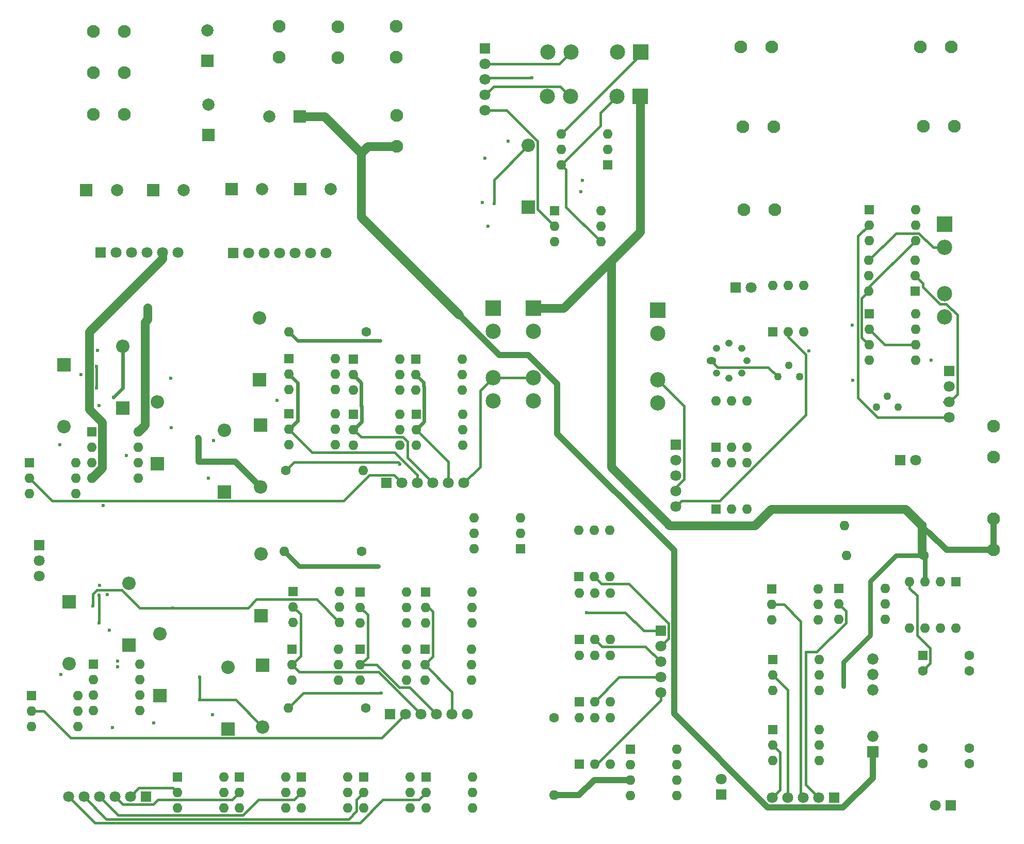
<source format=gtl>
%TF.GenerationSoftware,KiCad,Pcbnew,(5.1.10-1-10_14)*%
%TF.CreationDate,2022-05-12T12:23:04+03:00*%
%TF.ProjectId,Bipolar_transistor_tester_1.0,4269706f-6c61-4725-9f74-72616e736973,rev?*%
%TF.SameCoordinates,Original*%
%TF.FileFunction,Copper,L1,Top*%
%TF.FilePolarity,Positive*%
%FSLAX46Y46*%
G04 Gerber Fmt 4.6, Leading zero omitted, Abs format (unit mm)*
G04 Created by KiCad (PCBNEW (5.1.10-1-10_14)) date 2022-05-12 12:23:04*
%MOMM*%
%LPD*%
G01*
G04 APERTURE LIST*
%TA.AperFunction,ComponentPad*%
%ADD10C,2.100000*%
%TD*%
%TA.AperFunction,ComponentPad*%
%ADD11O,1.600000X1.600000*%
%TD*%
%TA.AperFunction,ComponentPad*%
%ADD12R,1.600000X1.600000*%
%TD*%
%TA.AperFunction,ComponentPad*%
%ADD13C,1.800000*%
%TD*%
%TA.AperFunction,ComponentPad*%
%ADD14R,1.800000X1.800000*%
%TD*%
%TA.AperFunction,ComponentPad*%
%ADD15C,2.500000*%
%TD*%
%TA.AperFunction,ComponentPad*%
%ADD16R,2.500000X2.500000*%
%TD*%
%TA.AperFunction,ComponentPad*%
%ADD17O,1.200000X1.200000*%
%TD*%
%TA.AperFunction,ComponentPad*%
%ADD18O,1.600000X1.200000*%
%TD*%
%TA.AperFunction,ComponentPad*%
%ADD19C,1.600000*%
%TD*%
%TA.AperFunction,ComponentPad*%
%ADD20C,1.260000*%
%TD*%
%TA.AperFunction,ComponentPad*%
%ADD21C,1.850000*%
%TD*%
%TA.AperFunction,ComponentPad*%
%ADD22R,1.850000X1.850000*%
%TD*%
%TA.AperFunction,ComponentPad*%
%ADD23O,2.200000X2.200000*%
%TD*%
%TA.AperFunction,ComponentPad*%
%ADD24R,2.200000X2.200000*%
%TD*%
%TA.AperFunction,ComponentPad*%
%ADD25C,2.000000*%
%TD*%
%TA.AperFunction,ComponentPad*%
%ADD26R,2.000000X2.000000*%
%TD*%
%TA.AperFunction,ViaPad*%
%ADD27C,0.600000*%
%TD*%
%TA.AperFunction,Conductor*%
%ADD28C,1.400000*%
%TD*%
%TA.AperFunction,Conductor*%
%ADD29C,0.400000*%
%TD*%
%TA.AperFunction,Conductor*%
%ADD30C,0.600000*%
%TD*%
%TA.AperFunction,Conductor*%
%ADD31C,1.000000*%
%TD*%
%TA.AperFunction,Conductor*%
%ADD32C,0.800000*%
%TD*%
G04 APERTURE END LIST*
D10*
%TO.P,J8,1*%
%TO.N,+12V*%
X127600000Y-53740000D03*
X127600000Y-48660000D03*
%TD*%
D11*
%TO.P,U43,6*%
%TO.N,/base_current_meter/in+*%
X140280000Y-119900000D03*
%TO.P,U43,3*%
%TO.N,N/C*%
X147900000Y-114820000D03*
%TO.P,U43,5*%
X140280000Y-117360000D03*
%TO.P,U43,2*%
%TO.N,2_bcs5*%
X147900000Y-117360000D03*
%TO.P,U43,4*%
%TO.N,Net-(Q7-Pad2)*%
X140280000Y-114820000D03*
D12*
%TO.P,U43,1*%
%TO.N,Net-(R92-Pad2)*%
X147900000Y-119900000D03*
%TD*%
D13*
%TO.P,J16,5*%
%TO.N,4_rp2*%
X173400000Y-112960000D03*
%TO.P,J16,4*%
%TO.N,4_rp1*%
X173400000Y-110420000D03*
%TO.P,J16,3*%
%TO.N,4_ecm2*%
X173400000Y-107880000D03*
%TO.P,J16,2*%
%TO.N,4_ecm1*%
X173400000Y-105340000D03*
D14*
%TO.P,J16,1*%
%TO.N,4_com_an*%
X173400000Y-102800000D03*
%TD*%
D13*
%TO.P,J12,2*%
%TO.N,dac0*%
X68900000Y-121840000D03*
%TO.P,J12,3*%
%TO.N,dac1*%
X68900000Y-124380000D03*
D14*
%TO.P,J12,1*%
%TO.N,GND*%
X68900000Y-119300000D03*
%TD*%
D10*
%TO.P,J11,1*%
%TO.N,GND*%
X108300000Y-39140000D03*
X108300000Y-34060000D03*
%TD*%
%TO.P,J10,1*%
%TO.N,GND*%
X117900000Y-39180000D03*
X117900000Y-34100000D03*
%TD*%
D11*
%TO.P,U33,6*%
%TO.N,/base_current_meter/in+*%
X161120000Y-64400000D03*
%TO.P,U33,3*%
%TO.N,N/C*%
X153500000Y-69480000D03*
%TO.P,U33,5*%
X161120000Y-66940000D03*
%TO.P,U33,2*%
%TO.N,6_bvs4*%
X153500000Y-66940000D03*
%TO.P,U33,4*%
%TO.N,Net-(IC3-Pad6)*%
X161120000Y-69480000D03*
D12*
%TO.P,U33,1*%
%TO.N,Net-(R66-Pad1)*%
X153500000Y-64400000D03*
%TD*%
D10*
%TO.P,J29,1*%
%TO.N,/measured transistor/emitter*%
X189640000Y-64200000D03*
X184560000Y-64200000D03*
%TD*%
%TO.P,J28,1*%
%TO.N,/collector_base_voltage_meter/base_in*%
X219140000Y-50500000D03*
X214060000Y-50500000D03*
%TD*%
%TO.P,J27,1*%
%TO.N,/measured transistor/base_supp*%
X189440000Y-50600000D03*
X184360000Y-50600000D03*
%TD*%
%TO.P,J26,1*%
%TO.N,/collector_base_voltage_meter/coll_in*%
X218640000Y-37400000D03*
X213560000Y-37400000D03*
%TD*%
%TO.P,J25,1*%
%TO.N,/measured transistor/coll_supp*%
X189140000Y-37400000D03*
X184060000Y-37400000D03*
%TD*%
%TO.P,J4,1*%
%TO.N,/connectors/40v-500v*%
X225500000Y-120100000D03*
X225500000Y-115020000D03*
%TD*%
%TO.P,J9,1*%
%TO.N,GND*%
X127500000Y-39140000D03*
X127500000Y-34060000D03*
%TD*%
%TO.P,J7,1*%
%TO.N,-24V*%
X77760000Y-34900000D03*
X82840000Y-34900000D03*
%TD*%
%TO.P,J6,1*%
%TO.N,GND*%
X77760000Y-41700000D03*
X82840000Y-41700000D03*
%TD*%
%TO.P,J5,1*%
%TO.N,+24V*%
X77760000Y-48500000D03*
X82840000Y-48500000D03*
%TD*%
%TO.P,J3,1*%
%TO.N,GND*%
X225500000Y-104840000D03*
X225500000Y-99760000D03*
%TD*%
D11*
%TO.P,U48,8*%
%TO.N,Net-(R101-Pad1)*%
X173520000Y-152800000D03*
%TO.P,U48,4*%
%TO.N,-15V*%
X165900000Y-160420000D03*
%TO.P,U48,7*%
%TO.N,+15V*%
X173520000Y-155340000D03*
%TO.P,U48,3*%
%TO.N,/base_current_meter/in+*%
X165900000Y-157880000D03*
%TO.P,U48,6*%
%TO.N,Net-(R102-Pad1)*%
X173520000Y-157880000D03*
%TO.P,U48,2*%
%TO.N,/base_resistors/in*%
X165900000Y-155340000D03*
%TO.P,U48,5*%
%TO.N,GND*%
X173520000Y-160420000D03*
D12*
%TO.P,U48,1*%
%TO.N,Net-(R101-Pad2)*%
X165900000Y-152800000D03*
%TD*%
D11*
%TO.P,U47,6*%
%TO.N,Net-(R99-Pad1)*%
X157535000Y-147700000D03*
%TO.P,U47,3*%
%TO.N,N/C*%
X162615000Y-155320000D03*
%TO.P,U47,5*%
X160075000Y-147700000D03*
%TO.P,U47,2*%
%TO.N,5_bcm4*%
X160075000Y-155320000D03*
%TO.P,U47,4*%
%TO.N,/base_resistors/in*%
X162615000Y-147700000D03*
D12*
%TO.P,U47,1*%
%TO.N,Net-(R100-Pad2)*%
X157535000Y-155320000D03*
%TD*%
D11*
%TO.P,U46,6*%
%TO.N,Net-(R97-Pad1)*%
X157535000Y-137400000D03*
%TO.P,U46,3*%
%TO.N,N/C*%
X162615000Y-145020000D03*
%TO.P,U46,5*%
X160075000Y-137400000D03*
%TO.P,U46,2*%
%TO.N,5_bcm3*%
X160075000Y-145020000D03*
%TO.P,U46,4*%
%TO.N,/base_resistors/in*%
X162615000Y-137400000D03*
D12*
%TO.P,U46,1*%
%TO.N,Net-(R98-Pad2)*%
X157535000Y-145020000D03*
%TD*%
D11*
%TO.P,U45,6*%
%TO.N,Net-(R95-Pad1)*%
X157535000Y-127150000D03*
%TO.P,U45,3*%
%TO.N,N/C*%
X162615000Y-134770000D03*
%TO.P,U45,5*%
X160075000Y-127150000D03*
%TO.P,U45,2*%
%TO.N,5_bcm2*%
X160075000Y-134770000D03*
%TO.P,U45,4*%
%TO.N,/base_resistors/in*%
X162615000Y-127150000D03*
D12*
%TO.P,U45,1*%
%TO.N,Net-(R96-Pad2)*%
X157535000Y-134770000D03*
%TD*%
D11*
%TO.P,U44,6*%
%TO.N,Net-(R93-Pad1)*%
X157435000Y-116850000D03*
%TO.P,U44,3*%
%TO.N,N/C*%
X162515000Y-124470000D03*
%TO.P,U44,5*%
X159975000Y-116850000D03*
%TO.P,U44,2*%
%TO.N,5_bcm1*%
X159975000Y-124470000D03*
%TO.P,U44,4*%
%TO.N,/base_resistors/in*%
X162515000Y-116850000D03*
D12*
%TO.P,U44,1*%
%TO.N,Net-(R94-Pad2)*%
X157435000Y-124470000D03*
%TD*%
D11*
%TO.P,U42,6*%
%TO.N,Net-(R89-Pad1)*%
X139820000Y-136400000D03*
%TO.P,U42,3*%
%TO.N,N/C*%
X132200000Y-141480000D03*
%TO.P,U42,5*%
X139820000Y-138940000D03*
%TO.P,U42,2*%
%TO.N,2_bcs4*%
X132200000Y-138940000D03*
%TO.P,U42,4*%
%TO.N,-24V*%
X139820000Y-141480000D03*
D12*
%TO.P,U42,1*%
%TO.N,Net-(R91-Pad2)*%
X132200000Y-136400000D03*
%TD*%
D11*
%TO.P,U41,6*%
%TO.N,Net-(R88-Pad1)*%
X139920000Y-127000000D03*
%TO.P,U41,3*%
%TO.N,N/C*%
X132300000Y-132080000D03*
%TO.P,U41,5*%
X139920000Y-129540000D03*
%TO.P,U41,2*%
%TO.N,2_bcs4*%
X132300000Y-129540000D03*
%TO.P,U41,4*%
%TO.N,+24V*%
X139920000Y-132080000D03*
D12*
%TO.P,U41,1*%
%TO.N,Net-(R90-Pad2)*%
X132300000Y-127000000D03*
%TD*%
D11*
%TO.P,U40,6*%
%TO.N,Net-(R85-Pad1)*%
X129220000Y-136400000D03*
%TO.P,U40,3*%
%TO.N,N/C*%
X121600000Y-141480000D03*
%TO.P,U40,5*%
X129220000Y-138940000D03*
%TO.P,U40,2*%
%TO.N,2_bcs3*%
X121600000Y-138940000D03*
%TO.P,U40,4*%
%TO.N,-24V*%
X129220000Y-141480000D03*
D12*
%TO.P,U40,1*%
%TO.N,Net-(R87-Pad2)*%
X121600000Y-136400000D03*
%TD*%
D11*
%TO.P,U39,6*%
%TO.N,Net-(R84-Pad1)*%
X129220000Y-127000000D03*
%TO.P,U39,3*%
%TO.N,N/C*%
X121600000Y-132080000D03*
%TO.P,U39,5*%
X129220000Y-129540000D03*
%TO.P,U39,2*%
%TO.N,2_bcs3*%
X121600000Y-129540000D03*
%TO.P,U39,4*%
%TO.N,+24V*%
X129220000Y-132080000D03*
D12*
%TO.P,U39,1*%
%TO.N,Net-(R86-Pad2)*%
X121600000Y-127000000D03*
%TD*%
D11*
%TO.P,U38,6*%
%TO.N,Net-(R79-Pad1)*%
X118020000Y-136400000D03*
%TO.P,U38,3*%
%TO.N,N/C*%
X110400000Y-141480000D03*
%TO.P,U38,5*%
X118020000Y-138940000D03*
%TO.P,U38,2*%
%TO.N,2_bcs2*%
X110400000Y-138940000D03*
%TO.P,U38,4*%
%TO.N,-24V*%
X118020000Y-141480000D03*
D12*
%TO.P,U38,1*%
%TO.N,Net-(R81-Pad2)*%
X110400000Y-136400000D03*
%TD*%
D11*
%TO.P,U37,6*%
%TO.N,Net-(R78-Pad1)*%
X118220000Y-126900000D03*
%TO.P,U37,3*%
%TO.N,N/C*%
X110600000Y-131980000D03*
%TO.P,U37,5*%
X118220000Y-129440000D03*
%TO.P,U37,2*%
%TO.N,2_bcs2*%
X110600000Y-129440000D03*
%TO.P,U37,4*%
%TO.N,+24V*%
X118220000Y-131980000D03*
D12*
%TO.P,U37,1*%
%TO.N,Net-(R80-Pad2)*%
X110600000Y-126900000D03*
%TD*%
D11*
%TO.P,U36,6*%
%TO.N,Net-(R69-Pad1)*%
X75220000Y-144000000D03*
%TO.P,U36,3*%
%TO.N,N/C*%
X67600000Y-149080000D03*
%TO.P,U36,5*%
X75220000Y-146540000D03*
%TO.P,U36,2*%
%TO.N,2_bcs1*%
X67600000Y-146540000D03*
%TO.P,U36,4*%
%TO.N,dac1*%
X75220000Y-149080000D03*
D12*
%TO.P,U36,1*%
%TO.N,Net-(R68-Pad2)*%
X67600000Y-144000000D03*
%TD*%
D11*
%TO.P,U35,8*%
%TO.N,+15V*%
X85420000Y-138900000D03*
%TO.P,U35,4*%
%TO.N,-15V*%
X77800000Y-146520000D03*
%TO.P,U35,7*%
%TO.N,Net-(R71-Pad2)*%
X85420000Y-141440000D03*
%TO.P,U35,3*%
%TO.N,Net-(R69-Pad1)*%
X77800000Y-143980000D03*
%TO.P,U35,6*%
%TO.N,Net-(D9-Pad1)*%
X85420000Y-143980000D03*
%TO.P,U35,2*%
%TO.N,Net-(D8-Pad2)*%
X77800000Y-141440000D03*
%TO.P,U35,5*%
%TO.N,Net-(R69-Pad1)*%
X85420000Y-146520000D03*
D12*
%TO.P,U35,1*%
%TO.N,Net-(R70-Pad2)*%
X77800000Y-138900000D03*
%TD*%
D15*
%TO.P,U34,4*%
%TO.N,Net-(R67-Pad1)*%
X152280000Y-45600000D03*
%TO.P,U34,3*%
%TO.N,6_bvs3*%
X156090000Y-45600000D03*
%TO.P,U34,2*%
%TO.N,Net-(IC3-Pad6)*%
X163710000Y-45600000D03*
D16*
%TO.P,U34,1*%
%TO.N,/connectors/40v-500v*%
X167520000Y-45600000D03*
%TD*%
D11*
%TO.P,U32,6*%
%TO.N,Net-(IC3-Pad6)*%
X154580000Y-56800000D03*
%TO.P,U32,3*%
%TO.N,N/C*%
X162200000Y-51720000D03*
%TO.P,U32,5*%
X154580000Y-54260000D03*
%TO.P,U32,2*%
%TO.N,6_bvs2*%
X162200000Y-54260000D03*
%TO.P,U32,4*%
%TO.N,Net-(R63-Pad1)*%
X154580000Y-51720000D03*
D12*
%TO.P,U32,1*%
%TO.N,Net-(R65-Pad1)*%
X162200000Y-56800000D03*
%TD*%
D15*
%TO.P,U31,4*%
%TO.N,Net-(R61-Pad1)*%
X152380000Y-38300000D03*
%TO.P,U31,3*%
%TO.N,6_bvs1*%
X156190000Y-38300000D03*
%TO.P,U31,2*%
%TO.N,/collector_base_voltage_meter/coll_in*%
X163810000Y-38300000D03*
D16*
%TO.P,U31,1*%
%TO.N,Net-(R63-Pad1)*%
X167620000Y-38300000D03*
%TD*%
D11*
%TO.P,U30,6*%
%TO.N,Net-(R57-Pad2)*%
X140020000Y-157435000D03*
%TO.P,U30,3*%
%TO.N,N/C*%
X132400000Y-162515000D03*
%TO.P,U30,5*%
X140020000Y-159975000D03*
%TO.P,U30,2*%
%TO.N,7_br5*%
X132400000Y-159975000D03*
%TO.P,U30,4*%
%TO.N,GND*%
X140020000Y-162515000D03*
D12*
%TO.P,U30,1*%
%TO.N,Net-(R58-Pad1)*%
X132400000Y-157435000D03*
%TD*%
D11*
%TO.P,U29,6*%
%TO.N,Net-(R55-Pad2)*%
X129820000Y-157435000D03*
%TO.P,U29,3*%
%TO.N,N/C*%
X122200000Y-162515000D03*
%TO.P,U29,5*%
X129820000Y-159975000D03*
%TO.P,U29,2*%
%TO.N,7_br4*%
X122200000Y-159975000D03*
%TO.P,U29,4*%
%TO.N,GND*%
X129820000Y-162515000D03*
D12*
%TO.P,U29,1*%
%TO.N,Net-(R56-Pad1)*%
X122200000Y-157435000D03*
%TD*%
D11*
%TO.P,U28,6*%
%TO.N,Net-(R53-Pad2)*%
X119570000Y-157435000D03*
%TO.P,U28,3*%
%TO.N,N/C*%
X111950000Y-162515000D03*
%TO.P,U28,5*%
X119570000Y-159975000D03*
%TO.P,U28,2*%
%TO.N,7_br3*%
X111950000Y-159975000D03*
%TO.P,U28,4*%
%TO.N,GND*%
X119570000Y-162515000D03*
D12*
%TO.P,U28,1*%
%TO.N,Net-(R54-Pad1)*%
X111950000Y-157435000D03*
%TD*%
D11*
%TO.P,U27,6*%
%TO.N,Net-(R51-Pad2)*%
X109370000Y-157435000D03*
%TO.P,U27,3*%
%TO.N,N/C*%
X101750000Y-162515000D03*
%TO.P,U27,5*%
X109370000Y-159975000D03*
%TO.P,U27,2*%
%TO.N,7_br2*%
X101750000Y-159975000D03*
%TO.P,U27,4*%
%TO.N,GND*%
X109370000Y-162515000D03*
D12*
%TO.P,U27,1*%
%TO.N,Net-(R52-Pad1)*%
X101750000Y-157435000D03*
%TD*%
D11*
%TO.P,U26,6*%
%TO.N,/base_resistors/in*%
X99220000Y-157435000D03*
%TO.P,U26,3*%
%TO.N,N/C*%
X91600000Y-162515000D03*
%TO.P,U26,5*%
X99220000Y-159975000D03*
%TO.P,U26,2*%
%TO.N,7_br1*%
X91600000Y-159975000D03*
%TO.P,U26,4*%
%TO.N,GND*%
X99220000Y-162515000D03*
D12*
%TO.P,U26,1*%
%TO.N,Net-(R50-Pad1)*%
X91600000Y-157435000D03*
%TD*%
D11*
%TO.P,U25,8*%
%TO.N,Net-(RV2-Pad1)*%
X212720000Y-81300000D03*
%TO.P,U25,4*%
%TO.N,-15V*%
X205100000Y-88920000D03*
%TO.P,U25,7*%
%TO.N,+15V*%
X212720000Y-83840000D03*
%TO.P,U25,3*%
%TO.N,Net-(R46-Pad1)*%
X205100000Y-86380000D03*
%TO.P,U25,6*%
%TO.N,Net-(R49-Pad1)*%
X212720000Y-86380000D03*
%TO.P,U25,2*%
X205100000Y-83840000D03*
%TO.P,U25,5*%
%TO.N,N/C*%
X212720000Y-88920000D03*
D12*
%TO.P,U25,1*%
%TO.N,Net-(RV2-Pad3)*%
X205100000Y-81300000D03*
%TD*%
D11*
%TO.P,U24,6*%
%TO.N,Net-(R46-Pad1)*%
X205080000Y-77600000D03*
%TO.P,U24,3*%
%TO.N,N/C*%
X212700000Y-72520000D03*
%TO.P,U24,5*%
X205080000Y-75060000D03*
%TO.P,U24,2*%
%TO.N,8_cbvm2*%
X212700000Y-75060000D03*
%TO.P,U24,4*%
%TO.N,Net-(R46-Pad2)*%
X205080000Y-72520000D03*
D12*
%TO.P,U24,1*%
%TO.N,Net-(R48-Pad2)*%
X212700000Y-77600000D03*
%TD*%
D11*
%TO.P,U23,6*%
%TO.N,/collector_base_voltage_meter/base_in*%
X212720000Y-64200000D03*
%TO.P,U23,3*%
%TO.N,N/C*%
X205100000Y-69280000D03*
%TO.P,U23,5*%
X212720000Y-66740000D03*
%TO.P,U23,2*%
%TO.N,8_cbvm3*%
X205100000Y-66740000D03*
%TO.P,U23,4*%
%TO.N,Net-(R46-Pad1)*%
X212720000Y-69280000D03*
D12*
%TO.P,U23,1*%
%TO.N,Net-(R45-Pad2)*%
X205100000Y-64200000D03*
%TD*%
D15*
%TO.P,U22,4*%
%TO.N,Net-(R44-Pad2)*%
X217500000Y-81820000D03*
%TO.P,U22,3*%
%TO.N,8_cbvm1*%
X217500000Y-78010000D03*
%TO.P,U22,2*%
%TO.N,Net-(R46-Pad2)*%
X217500000Y-70390000D03*
D16*
%TO.P,U22,1*%
%TO.N,/collector_base_voltage_meter/coll_in*%
X217500000Y-66580000D03*
%TD*%
D17*
%TO.P,U21,8*%
%TO.N,N/C*%
X180055248Y-86935248D03*
%TO.P,U21,7*%
%TO.N,+15V*%
X182120000Y-86080000D03*
%TO.P,U21,6*%
%TO.N,Net-(C19-Pad2)*%
X184184752Y-86935248D03*
%TO.P,U21,5*%
%TO.N,Net-(RV1-Pad1)*%
X185040000Y-89000000D03*
%TO.P,U21,4*%
%TO.N,-15V*%
X184184752Y-91064752D03*
%TO.P,U21,3*%
%TO.N,GND*%
X182120000Y-91920000D03*
%TO.P,U21,2*%
%TO.N,/measured transistor/emitter*%
X180055248Y-91064752D03*
D18*
%TO.P,U21,1*%
%TO.N,Net-(RV1-Pad3)*%
X179200000Y-89000000D03*
%TD*%
D11*
%TO.P,U20,6*%
%TO.N,/measured transistor/emitter*%
X180000000Y-95580000D03*
%TO.P,U20,3*%
%TO.N,N/C*%
X185080000Y-103200000D03*
%TO.P,U20,5*%
X182540000Y-95580000D03*
%TO.P,U20,2*%
%TO.N,4_ecm2*%
X182540000Y-103200000D03*
%TO.P,U20,4*%
%TO.N,Net-(R42-Pad2)*%
X185080000Y-95580000D03*
D12*
%TO.P,U20,1*%
%TO.N,Net-(R40-Pad1)*%
X180000000Y-103200000D03*
%TD*%
D11*
%TO.P,U19,6*%
%TO.N,/measured transistor/emitter*%
X180000000Y-105780000D03*
%TO.P,U19,3*%
%TO.N,N/C*%
X185080000Y-113400000D03*
%TO.P,U19,5*%
X182540000Y-105780000D03*
%TO.P,U19,2*%
%TO.N,4_ecm1*%
X182540000Y-113400000D03*
%TO.P,U19,4*%
%TO.N,Net-(R41-Pad2)*%
X185080000Y-105780000D03*
D12*
%TO.P,U19,1*%
%TO.N,Net-(R39-Pad1)*%
X180000000Y-113400000D03*
%TD*%
D19*
%TO.P,U18,8*%
%TO.N,GND2*%
X221520000Y-137400000D03*
%TO.P,U18,4*%
%TO.N,GND*%
X213900000Y-155180000D03*
%TO.P,U18,7*%
%TO.N,Net-(U17-Pad6)*%
X221520000Y-139940000D03*
%TO.P,U18,3*%
%TO.N,Net-(R38-Pad2)*%
X213900000Y-152640000D03*
%TO.P,U18,6*%
%TO.N,-15V*%
X221520000Y-152640000D03*
%TO.P,U18,2*%
%TO.N,Net-(C35-Pad1)*%
X213900000Y-139940000D03*
%TO.P,U18,5*%
%TO.N,+15V*%
X221520000Y-155180000D03*
D12*
%TO.P,U18,1*%
%TO.N,Net-(C36-Pad1)*%
X213900000Y-137400000D03*
%TD*%
D11*
%TO.P,U17,8*%
%TO.N,Net-(R37-Pad2)*%
X219400000Y-132920000D03*
%TO.P,U17,4*%
%TO.N,Net-(C35-Pad1)*%
X211780000Y-125300000D03*
%TO.P,U17,7*%
%TO.N,Net-(C36-Pad1)*%
X216860000Y-132920000D03*
%TO.P,U17,3*%
%TO.N,/connectors/40v-500v*%
X214320000Y-125300000D03*
%TO.P,U17,6*%
%TO.N,Net-(U17-Pad6)*%
X214320000Y-132920000D03*
%TO.P,U17,2*%
%TO.N,/measured transistor/coll_supp*%
X216860000Y-125300000D03*
%TO.P,U17,5*%
%TO.N,GND2*%
X211780000Y-132920000D03*
D12*
%TO.P,U17,1*%
%TO.N,Net-(R37-Pad1)*%
X219400000Y-125300000D03*
%TD*%
D11*
%TO.P,U16,6*%
%TO.N,Net-(R35-Pad2)*%
X196920000Y-149600000D03*
%TO.P,U16,3*%
%TO.N,N/C*%
X189300000Y-154680000D03*
%TO.P,U16,5*%
X196920000Y-152140000D03*
%TO.P,U16,2*%
%TO.N,3_ccm4*%
X189300000Y-152140000D03*
%TO.P,U16,4*%
%TO.N,/measured transistor/coll_supp*%
X196920000Y-154680000D03*
D12*
%TO.P,U16,1*%
%TO.N,Net-(R36-Pad1)*%
X189300000Y-149600000D03*
%TD*%
D11*
%TO.P,U15,6*%
%TO.N,Net-(R33-Pad2)*%
X196920000Y-138100000D03*
%TO.P,U15,3*%
%TO.N,N/C*%
X189300000Y-143180000D03*
%TO.P,U15,5*%
X196920000Y-140640000D03*
%TO.P,U15,2*%
%TO.N,3_ccm3*%
X189300000Y-140640000D03*
%TO.P,U15,4*%
%TO.N,/measured transistor/coll_supp*%
X196920000Y-143180000D03*
D12*
%TO.P,U15,1*%
%TO.N,Net-(R34-Pad1)*%
X189300000Y-138100000D03*
%TD*%
D11*
%TO.P,U14,6*%
%TO.N,Net-(R31-Pad2)*%
X196720000Y-126500000D03*
%TO.P,U14,3*%
%TO.N,N/C*%
X189100000Y-131580000D03*
%TO.P,U14,5*%
X196720000Y-129040000D03*
%TO.P,U14,2*%
%TO.N,3_ccm2*%
X189100000Y-129040000D03*
%TO.P,U14,4*%
%TO.N,/measured transistor/coll_supp*%
X196720000Y-131580000D03*
D12*
%TO.P,U14,1*%
%TO.N,Net-(R32-Pad1)*%
X189100000Y-126500000D03*
%TD*%
D11*
%TO.P,U13,6*%
%TO.N,Net-(R29-Pad2)*%
X207720000Y-126400000D03*
%TO.P,U13,3*%
%TO.N,N/C*%
X200100000Y-131480000D03*
%TO.P,U13,5*%
X207720000Y-128940000D03*
%TO.P,U13,2*%
%TO.N,3_ccm1*%
X200100000Y-128940000D03*
%TO.P,U13,4*%
%TO.N,/measured transistor/coll_supp*%
X207720000Y-131480000D03*
D12*
%TO.P,U13,1*%
%TO.N,Net-(R30-Pad1)*%
X200100000Y-126400000D03*
%TD*%
D15*
%TO.P,U12,4*%
%TO.N,Net-(R28-Pad2)*%
X143400000Y-95620000D03*
%TO.P,U12,3*%
%TO.N,1_ccs5*%
X143400000Y-91810000D03*
%TO.P,U12,2*%
%TO.N,Net-(Q3-Pad2)*%
X143400000Y-84190000D03*
D16*
%TO.P,U12,1*%
%TO.N,/connectors/40v-500v*%
X143400000Y-80380000D03*
%TD*%
D15*
%TO.P,U11,4*%
%TO.N,Net-(R27-Pad2)*%
X150000000Y-95620000D03*
%TO.P,U11,3*%
%TO.N,1_ccs5*%
X150000000Y-91810000D03*
%TO.P,U11,2*%
%TO.N,Net-(Q3-Pad2)*%
X150000000Y-84190000D03*
D16*
%TO.P,U11,1*%
%TO.N,/connectors/40v-500v*%
X150000000Y-80380000D03*
%TD*%
D11*
%TO.P,U10,6*%
%TO.N,Net-(R24-Pad1)*%
X138395000Y-97775000D03*
%TO.P,U10,3*%
%TO.N,N/C*%
X130775000Y-102855000D03*
%TO.P,U10,5*%
X138395000Y-100315000D03*
%TO.P,U10,2*%
%TO.N,1_ccs4*%
X130775000Y-100315000D03*
%TO.P,U10,4*%
%TO.N,-24V*%
X138395000Y-102855000D03*
D12*
%TO.P,U10,1*%
%TO.N,Net-(R26-Pad2)*%
X130775000Y-97775000D03*
%TD*%
D11*
%TO.P,U9,6*%
%TO.N,Net-(R23-Pad1)*%
X138370000Y-88775000D03*
%TO.P,U9,3*%
%TO.N,N/C*%
X130750000Y-93855000D03*
%TO.P,U9,5*%
X138370000Y-91315000D03*
%TO.P,U9,2*%
%TO.N,1_ccs4*%
X130750000Y-91315000D03*
%TO.P,U9,4*%
%TO.N,+24V*%
X138370000Y-93855000D03*
D12*
%TO.P,U9,1*%
%TO.N,Net-(R25-Pad2)*%
X130750000Y-88775000D03*
%TD*%
D11*
%TO.P,U8,6*%
%TO.N,Net-(R20-Pad1)*%
X128120000Y-97800000D03*
%TO.P,U8,3*%
%TO.N,N/C*%
X120500000Y-102880000D03*
%TO.P,U8,5*%
X128120000Y-100340000D03*
%TO.P,U8,2*%
%TO.N,1_ccs3*%
X120500000Y-100340000D03*
%TO.P,U8,4*%
%TO.N,-24V*%
X128120000Y-102880000D03*
D12*
%TO.P,U8,1*%
%TO.N,Net-(R22-Pad2)*%
X120500000Y-97800000D03*
%TD*%
D11*
%TO.P,U7,6*%
%TO.N,Net-(R19-Pad1)*%
X128095000Y-88775000D03*
%TO.P,U7,3*%
%TO.N,N/C*%
X120475000Y-93855000D03*
%TO.P,U7,5*%
X128095000Y-91315000D03*
%TO.P,U7,2*%
%TO.N,1_ccs3*%
X120475000Y-91315000D03*
%TO.P,U7,4*%
%TO.N,+24V*%
X128095000Y-93855000D03*
D12*
%TO.P,U7,1*%
%TO.N,Net-(R21-Pad2)*%
X120475000Y-88775000D03*
%TD*%
D11*
%TO.P,U6,6*%
%TO.N,Net-(R14-Pad2)*%
X117520000Y-97750000D03*
%TO.P,U6,3*%
%TO.N,N/C*%
X109900000Y-102830000D03*
%TO.P,U6,5*%
X117520000Y-100290000D03*
%TO.P,U6,2*%
%TO.N,1_ccs2*%
X109900000Y-100290000D03*
%TO.P,U6,4*%
%TO.N,-24V*%
X117520000Y-102830000D03*
D12*
%TO.P,U6,1*%
%TO.N,Net-(R16-Pad2)*%
X109900000Y-97750000D03*
%TD*%
D11*
%TO.P,U5,6*%
%TO.N,Net-(R13-Pad1)*%
X117520000Y-88700000D03*
%TO.P,U5,3*%
%TO.N,N/C*%
X109900000Y-93780000D03*
%TO.P,U5,5*%
X117520000Y-91240000D03*
%TO.P,U5,2*%
%TO.N,1_ccs2*%
X109900000Y-91240000D03*
%TO.P,U5,4*%
%TO.N,+24V*%
X117520000Y-93780000D03*
D12*
%TO.P,U5,1*%
%TO.N,Net-(R15-Pad2)*%
X109900000Y-88700000D03*
%TD*%
D11*
%TO.P,U4,6*%
%TO.N,Net-(R3-Pad1)*%
X74895000Y-105750000D03*
%TO.P,U4,3*%
%TO.N,N/C*%
X67275000Y-110830000D03*
%TO.P,U4,5*%
X74895000Y-108290000D03*
%TO.P,U4,2*%
%TO.N,1_ccs1*%
X67275000Y-108290000D03*
%TO.P,U4,4*%
%TO.N,dac0*%
X74895000Y-110830000D03*
D12*
%TO.P,U4,1*%
%TO.N,Net-(R4-Pad2)*%
X67275000Y-105750000D03*
%TD*%
D11*
%TO.P,U3,8*%
%TO.N,+15V*%
X85195000Y-100650000D03*
%TO.P,U3,4*%
%TO.N,-15V*%
X77575000Y-108270000D03*
%TO.P,U3,7*%
%TO.N,Net-(R6-Pad2)*%
X85195000Y-103190000D03*
%TO.P,U3,3*%
%TO.N,Net-(R3-Pad1)*%
X77575000Y-105730000D03*
%TO.P,U3,6*%
%TO.N,Net-(D2-Pad1)*%
X85195000Y-105730000D03*
%TO.P,U3,2*%
%TO.N,Net-(D1-Pad2)*%
X77575000Y-103190000D03*
%TO.P,U3,5*%
%TO.N,Net-(R3-Pad1)*%
X85195000Y-108270000D03*
D12*
%TO.P,U3,1*%
%TO.N,Net-(R5-Pad2)*%
X77575000Y-100650000D03*
%TD*%
D11*
%TO.P,U2,6*%
%TO.N,/measured transistor/emitter*%
X189300000Y-76680000D03*
%TO.P,U2,3*%
%TO.N,N/C*%
X194380000Y-84300000D03*
%TO.P,U2,5*%
X191840000Y-76680000D03*
%TO.P,U2,2*%
%TO.N,4_rp2*%
X191840000Y-84300000D03*
%TO.P,U2,4*%
%TO.N,GND*%
X194380000Y-76680000D03*
D12*
%TO.P,U2,1*%
%TO.N,Net-(R2-Pad2)*%
X189300000Y-84300000D03*
%TD*%
D15*
%TO.P,U1,4*%
%TO.N,Net-(R1-Pad2)*%
X170400000Y-95920000D03*
%TO.P,U1,3*%
%TO.N,4_rp1*%
X170400000Y-92110000D03*
%TO.P,U1,2*%
%TO.N,/base_resistors/in*%
X170400000Y-84490000D03*
D16*
%TO.P,U1,1*%
%TO.N,/measured transistor/base_supp*%
X170400000Y-80680000D03*
%TD*%
D20*
%TO.P,RV2,1*%
%TO.N,Net-(RV2-Pad1)*%
X209900000Y-96600000D03*
%TO.P,RV2,2*%
%TO.N,+15V*%
X208103949Y-94803949D03*
%TO.P,RV2,3*%
%TO.N,Net-(RV2-Pad3)*%
X206307898Y-96600000D03*
%TD*%
%TO.P,RV1,1*%
%TO.N,Net-(RV1-Pad1)*%
X193700000Y-91600000D03*
%TO.P,RV1,2*%
%TO.N,-15V*%
X191903949Y-89803949D03*
%TO.P,RV1,3*%
%TO.N,Net-(RV1-Pad3)*%
X190107898Y-91600000D03*
%TD*%
D11*
%TO.P,R99,2*%
%TO.N,/base_current_meter/in+*%
X153400000Y-160400000D03*
D19*
%TO.P,R99,1*%
%TO.N,Net-(R99-Pad1)*%
X153400000Y-147700000D03*
%TD*%
D11*
%TO.P,R79,2*%
%TO.N,Net-(D13-Pad2)*%
X109800000Y-146100000D03*
D19*
%TO.P,R79,1*%
%TO.N,Net-(R79-Pad1)*%
X122500000Y-146100000D03*
%TD*%
D11*
%TO.P,R78,2*%
%TO.N,Net-(D12-Pad1)*%
X109100000Y-120300000D03*
D19*
%TO.P,R78,1*%
%TO.N,Net-(R78-Pad1)*%
X121800000Y-120300000D03*
%TD*%
D11*
%TO.P,R31,2*%
%TO.N,Net-(R31-Pad2)*%
X201100000Y-116100000D03*
D19*
%TO.P,R31,1*%
%TO.N,/connectors/40v-500v*%
X213800000Y-116100000D03*
%TD*%
D11*
%TO.P,R29,2*%
%TO.N,Net-(R29-Pad2)*%
X201400000Y-121000000D03*
D19*
%TO.P,R29,1*%
%TO.N,/connectors/40v-500v*%
X214100000Y-121000000D03*
%TD*%
D11*
%TO.P,R14,2*%
%TO.N,Net-(R14-Pad2)*%
X122100000Y-107000000D03*
D19*
%TO.P,R14,1*%
%TO.N,Net-(D6-Pad2)*%
X109400000Y-107000000D03*
%TD*%
D11*
%TO.P,R13,2*%
%TO.N,Net-(D5-Pad1)*%
X109900000Y-84300000D03*
D19*
%TO.P,R13,1*%
%TO.N,Net-(R13-Pad1)*%
X122600000Y-84300000D03*
%TD*%
D21*
%TO.P,PS1,6*%
%TO.N,Net-(C36-Pad1)*%
X205700000Y-138060000D03*
%TO.P,PS1,5*%
%TO.N,GND2*%
X205700000Y-140600000D03*
%TO.P,PS1,4*%
%TO.N,Net-(C35-Pad1)*%
X205700000Y-143140000D03*
%TO.P,PS1,2*%
%TO.N,GND*%
X205700000Y-150760000D03*
D22*
%TO.P,PS1,1*%
%TO.N,+12V*%
X205700000Y-153300000D03*
%TD*%
D13*
%TO.P,J24,2*%
%TO.N,adc3*%
X180800000Y-157760000D03*
D14*
%TO.P,J24,1*%
%TO.N,GND*%
X180800000Y-160300000D03*
%TD*%
D13*
%TO.P,J23,2*%
%TO.N,adc2*%
X212740000Y-105300000D03*
D14*
%TO.P,J23,1*%
%TO.N,GND*%
X210200000Y-105300000D03*
%TD*%
D13*
%TO.P,J22,4*%
%TO.N,8_cbvm3*%
X218300000Y-98320000D03*
%TO.P,J22,2*%
%TO.N,8_cbvm1*%
X218300000Y-93240000D03*
D14*
%TO.P,J22,1*%
%TO.N,8_com_an*%
X218300000Y-90700000D03*
D13*
%TO.P,J22,3*%
%TO.N,8_cbvm2*%
X218300000Y-95780000D03*
%TD*%
D14*
%TO.P,J21,1*%
%TO.N,7_com_an*%
X86400000Y-160600000D03*
D13*
%TO.P,J21,2*%
%TO.N,7_br1*%
X83860000Y-160600000D03*
%TO.P,J21,3*%
%TO.N,7_br2*%
X81320000Y-160600000D03*
%TO.P,J21,4*%
%TO.N,7_br3*%
X78780000Y-160600000D03*
%TO.P,J21,5*%
%TO.N,7_br4*%
X76240000Y-160600000D03*
%TO.P,J21,6*%
%TO.N,7_br5*%
X73700000Y-160600000D03*
%TD*%
%TO.P,J20,5*%
%TO.N,6_bvs4*%
X142100000Y-47860000D03*
%TO.P,J20,4*%
%TO.N,6_bvs3*%
X142100000Y-45320000D03*
%TO.P,J20,3*%
%TO.N,6_bvs2*%
X142100000Y-42780000D03*
%TO.P,J20,2*%
%TO.N,6_bvs1*%
X142100000Y-40240000D03*
D14*
%TO.P,J20,1*%
%TO.N,6_com_an*%
X142100000Y-37700000D03*
%TD*%
D13*
%TO.P,J19,5*%
%TO.N,5_bcm4*%
X170900000Y-143560000D03*
%TO.P,J19,4*%
%TO.N,5_bcm3*%
X170900000Y-141020000D03*
%TO.P,J19,3*%
%TO.N,5_bcm2*%
X170900000Y-138480000D03*
%TO.P,J19,2*%
%TO.N,5_bcm1*%
X170900000Y-135940000D03*
D14*
%TO.P,J19,1*%
%TO.N,5_com_an*%
X170900000Y-133400000D03*
%TD*%
D13*
%TO.P,J18,2*%
%TO.N,adc1*%
X185740000Y-77000000D03*
D14*
%TO.P,J18,1*%
%TO.N,GND*%
X183200000Y-77000000D03*
%TD*%
D13*
%TO.P,J17,2*%
%TO.N,adc0*%
X215960000Y-162100000D03*
D14*
%TO.P,J17,1*%
%TO.N,GND*%
X218500000Y-162100000D03*
%TD*%
D13*
%TO.P,J15,5*%
%TO.N,3_ccm4*%
X189240000Y-160800000D03*
%TO.P,J15,4*%
%TO.N,3_ccm3*%
X191780000Y-160800000D03*
%TO.P,J15,3*%
%TO.N,3_ccm2*%
X194320000Y-160800000D03*
%TO.P,J15,2*%
%TO.N,3_ccm1*%
X196860000Y-160800000D03*
D14*
%TO.P,J15,1*%
%TO.N,3_com_an*%
X199400000Y-160800000D03*
%TD*%
%TO.P,J14,1*%
%TO.N,2_com_an*%
X126500000Y-147100000D03*
D13*
%TO.P,J14,2*%
%TO.N,2_bcs1*%
X129040000Y-147100000D03*
%TO.P,J14,3*%
%TO.N,2_bcs2*%
X131580000Y-147100000D03*
%TO.P,J14,4*%
%TO.N,2_bcs3*%
X134120000Y-147100000D03*
%TO.P,J14,5*%
%TO.N,2_bcs4*%
X136660000Y-147100000D03*
%TO.P,J14,6*%
%TO.N,2_bcs5*%
X139200000Y-147100000D03*
%TD*%
D14*
%TO.P,J13,1*%
%TO.N,1_com_an*%
X125900000Y-109100000D03*
D13*
%TO.P,J13,2*%
%TO.N,1_ccs1*%
X128440000Y-109100000D03*
%TO.P,J13,3*%
%TO.N,1_ccs2*%
X130980000Y-109100000D03*
%TO.P,J13,4*%
%TO.N,1_ccs3*%
X133520000Y-109100000D03*
%TO.P,J13,5*%
%TO.N,1_ccs4*%
X136060000Y-109100000D03*
%TO.P,J13,6*%
%TO.N,1_ccs5*%
X138600000Y-109100000D03*
%TD*%
D14*
%TO.P,J2,1*%
%TO.N,+15V*%
X79020000Y-71200000D03*
D13*
%TO.P,J2,2*%
X81560000Y-71200000D03*
%TO.P,J2,3*%
%TO.N,GND*%
X84100000Y-71200000D03*
%TO.P,J2,4*%
X86640000Y-71200000D03*
%TO.P,J2,5*%
%TO.N,-15V*%
X89180000Y-71200000D03*
%TO.P,J2,6*%
X91720000Y-71200000D03*
%TD*%
%TO.P,J1,4*%
%TO.N,GND*%
X108370000Y-71300000D03*
%TO.P,J1,3*%
X105830000Y-71300000D03*
%TO.P,J1,6*%
%TO.N,-45V*%
X113450000Y-71300000D03*
D14*
%TO.P,J1,1*%
%TO.N,+45V*%
X100750000Y-71300000D03*
D13*
%TO.P,J1,5*%
%TO.N,GND*%
X110910000Y-71300000D03*
%TO.P,J1,2*%
%TO.N,+45V*%
X103290000Y-71300000D03*
%TO.P,J1,7*%
%TO.N,-45V*%
X115990000Y-71300000D03*
%TD*%
D23*
%TO.P,D13,2*%
%TO.N,Net-(D13-Pad2)*%
X105600000Y-149160000D03*
D24*
%TO.P,D13,1*%
%TO.N,Net-(D13-Pad1)*%
X105600000Y-139000000D03*
%TD*%
D23*
%TO.P,D12,2*%
%TO.N,Net-(D12-Pad2)*%
X105300000Y-120740000D03*
D24*
%TO.P,D12,1*%
%TO.N,Net-(D12-Pad1)*%
X105300000Y-130900000D03*
%TD*%
D23*
%TO.P,D11,2*%
%TO.N,-24V*%
X99900000Y-139340000D03*
D24*
%TO.P,D11,1*%
%TO.N,Net-(D11-Pad1)*%
X99900000Y-149500000D03*
%TD*%
D23*
%TO.P,D10,2*%
%TO.N,-24V*%
X83600000Y-125600000D03*
D24*
%TO.P,D10,1*%
%TO.N,Net-(D10-Pad1)*%
X83600000Y-135760000D03*
%TD*%
D23*
%TO.P,D9,2*%
%TO.N,Net-(D9-Pad2)*%
X88700000Y-133900000D03*
D24*
%TO.P,D9,1*%
%TO.N,Net-(D9-Pad1)*%
X88700000Y-144060000D03*
%TD*%
D23*
%TO.P,D8,2*%
%TO.N,Net-(D8-Pad2)*%
X73800000Y-138800000D03*
D24*
%TO.P,D8,1*%
%TO.N,Net-(D8-Pad1)*%
X73800000Y-128640000D03*
%TD*%
D23*
%TO.P,D7,2*%
%TO.N,-45V*%
X149200000Y-53640000D03*
D24*
%TO.P,D7,1*%
%TO.N,Net-(D7-Pad1)*%
X149200000Y-63800000D03*
%TD*%
D23*
%TO.P,D6,2*%
%TO.N,Net-(D6-Pad2)*%
X105200000Y-109760000D03*
D24*
%TO.P,D6,1*%
%TO.N,Net-(D6-Pad1)*%
X105200000Y-99600000D03*
%TD*%
D23*
%TO.P,D5,2*%
%TO.N,Net-(D5-Pad2)*%
X105100000Y-81940000D03*
D24*
%TO.P,D5,1*%
%TO.N,Net-(D5-Pad1)*%
X105100000Y-92100000D03*
%TD*%
D23*
%TO.P,D4,2*%
%TO.N,-24V*%
X99275000Y-100390000D03*
D24*
%TO.P,D4,1*%
%TO.N,Net-(D4-Pad1)*%
X99275000Y-110550000D03*
%TD*%
D23*
%TO.P,D3,2*%
%TO.N,-24V*%
X82625000Y-86615000D03*
D24*
%TO.P,D3,1*%
%TO.N,Net-(D3-Pad1)*%
X82625000Y-96775000D03*
%TD*%
D23*
%TO.P,D2,2*%
%TO.N,Net-(D2-Pad2)*%
X88275000Y-95790000D03*
D24*
%TO.P,D2,1*%
%TO.N,Net-(D2-Pad1)*%
X88275000Y-105950000D03*
%TD*%
D23*
%TO.P,D1,2*%
%TO.N,Net-(D1-Pad2)*%
X73000000Y-99860000D03*
D24*
%TO.P,D1,1*%
%TO.N,Net-(D1-Pad1)*%
X73000000Y-89700000D03*
%TD*%
D25*
%TO.P,C16,2*%
%TO.N,GND*%
X106700000Y-48900000D03*
D26*
%TO.P,C16,1*%
%TO.N,+12V*%
X111700000Y-48900000D03*
%TD*%
D25*
%TO.P,C15,2*%
%TO.N,-24V*%
X96500000Y-34700000D03*
D26*
%TO.P,C15,1*%
%TO.N,GND*%
X96500000Y-39700000D03*
%TD*%
D25*
%TO.P,C14,2*%
%TO.N,-15V*%
X92650000Y-60950000D03*
D26*
%TO.P,C14,1*%
%TO.N,GND*%
X87650000Y-60950000D03*
%TD*%
D25*
%TO.P,C13,2*%
%TO.N,-45V*%
X116750000Y-60800000D03*
D26*
%TO.P,C13,1*%
%TO.N,GND*%
X111750000Y-60800000D03*
%TD*%
D25*
%TO.P,C12,2*%
%TO.N,GND*%
X96700000Y-46900000D03*
D26*
%TO.P,C12,1*%
%TO.N,+24V*%
X96700000Y-51900000D03*
%TD*%
D25*
%TO.P,C11,2*%
%TO.N,GND*%
X105500000Y-60800000D03*
D26*
%TO.P,C11,1*%
%TO.N,+45V*%
X100500000Y-60800000D03*
%TD*%
D25*
%TO.P,C10,2*%
%TO.N,GND*%
X81650000Y-60950000D03*
D26*
%TO.P,C10,1*%
%TO.N,+15V*%
X76650000Y-60950000D03*
%TD*%
D27*
%TO.N,GND*%
X141600000Y-63000000D03*
X157800000Y-61200000D03*
X145900000Y-52900000D03*
X80900000Y-149300000D03*
X78800000Y-125900000D03*
X81800000Y-138400000D03*
X81800000Y-139300000D03*
X72500000Y-140600000D03*
X87700000Y-148500000D03*
X83200000Y-104600000D03*
X72300000Y-102800000D03*
X79400000Y-112800000D03*
X78500000Y-87300000D03*
X78700000Y-96400000D03*
X195200000Y-87400000D03*
X202400000Y-92200000D03*
X215300000Y-88900000D03*
X202300000Y-83200000D03*
%TO.N,+15V*%
X86700000Y-82200000D03*
X86700000Y-81300000D03*
X86700000Y-80300000D03*
%TO.N,+24V*%
X75725000Y-91275000D03*
X107900000Y-95500000D03*
X77700000Y-129300000D03*
X90800000Y-129600000D03*
X90500000Y-91900000D03*
%TO.N,-24V*%
X97340000Y-147160000D03*
X80400000Y-133300000D03*
X80100000Y-127400000D03*
X81100000Y-95000000D03*
X90600000Y-100000000D03*
X97532500Y-102132500D03*
X96700000Y-108300000D03*
%TO.N,-45V*%
X143550000Y-63150000D03*
%TO.N,+45V*%
X158100000Y-59400000D03*
%TO.N,Net-(D5-Pad1)*%
X78300000Y-93522166D03*
X78300000Y-89900000D03*
X124900000Y-85700000D03*
%TO.N,Net-(D6-Pad2)*%
X95000000Y-101700000D03*
X95100000Y-105600000D03*
X128100000Y-106000000D03*
%TO.N,Net-(D12-Pad1)*%
X78700000Y-132100000D03*
X78700000Y-127500000D03*
X124512500Y-122787500D03*
%TO.N,Net-(D13-Pad2)*%
X95200000Y-141000000D03*
X95200000Y-144700000D03*
X125012500Y-143612500D03*
%TO.N,dac1*%
X142600000Y-66900000D03*
X142100000Y-55700000D03*
X142100000Y-55700000D03*
%TO.N,/connectors/40v-500v*%
X200900000Y-142500000D03*
%TO.N,5_com_an*%
X158735001Y-130364999D03*
%TO.N,6_bvs2*%
X149800000Y-42500000D03*
%TD*%
D28*
%TO.N,-15V*%
X89180000Y-71200000D02*
X89180000Y-72220000D01*
X79275001Y-106569999D02*
X77575000Y-108270000D01*
X77099999Y-96954997D02*
X79275001Y-99129999D01*
X79275001Y-99129999D02*
X79275001Y-106569999D01*
X77099999Y-84300001D02*
X77099999Y-96954997D01*
X89180000Y-72220000D02*
X77099999Y-84300001D01*
%TO.N,+15V*%
X86700000Y-80300000D02*
X86700000Y-82200000D01*
X86274999Y-82625001D02*
X86274999Y-99570001D01*
X86274999Y-99570001D02*
X85195000Y-100650000D01*
X86700000Y-82200000D02*
X86274999Y-82625001D01*
D29*
%TO.N,+24V*%
X78364001Y-126699999D02*
X82479997Y-126699999D01*
X77700000Y-127364000D02*
X78364001Y-126699999D01*
X82479997Y-126699999D02*
X85379998Y-129600000D01*
X77700000Y-129300000D02*
X77700000Y-127364000D01*
X114479999Y-128239999D02*
X118220000Y-131980000D01*
X104560001Y-128239999D02*
X114479999Y-128239999D01*
X103200000Y-129600000D02*
X104560001Y-128239999D01*
X85379998Y-129600000D02*
X90800000Y-129600000D01*
X90800000Y-129600000D02*
X103200000Y-129600000D01*
%TO.N,-24V*%
X82840000Y-34900000D02*
X82840000Y-34940000D01*
D30*
X82625000Y-93475000D02*
X81100000Y-95000000D01*
X82625000Y-86615000D02*
X82625000Y-93475000D01*
D29*
%TO.N,-45V*%
X143550000Y-59290000D02*
X149200000Y-53640000D01*
X143550000Y-63150000D02*
X143550000Y-59290000D01*
%TO.N,+45V*%
X158100000Y-59400000D02*
X158100000Y-59400000D01*
%TO.N,Net-(D5-Pad1)*%
X78300000Y-93522166D02*
X78300000Y-89900000D01*
X78300000Y-89900000D02*
X78300000Y-89900000D01*
D30*
X109900000Y-84300000D02*
X111300000Y-85700000D01*
X111300000Y-85700000D02*
X124900000Y-85700000D01*
X124900000Y-85700000D02*
X124900000Y-85700000D01*
D29*
%TO.N,Net-(D6-Pad2)*%
X110699999Y-105700001D02*
X109400000Y-107000000D01*
X127800001Y-105700001D02*
X110699999Y-105700001D01*
X128100000Y-106000000D02*
X127800001Y-105700001D01*
D31*
X101040000Y-105600000D02*
X100000000Y-105600000D01*
X105200000Y-109760000D02*
X101040000Y-105600000D01*
X100000000Y-105600000D02*
X95100000Y-105600000D01*
X95100000Y-101800000D02*
X95000000Y-101700000D01*
X95100000Y-105600000D02*
X95100000Y-101800000D01*
D29*
%TO.N,Net-(D12-Pad1)*%
X78700000Y-132100000D02*
X78700000Y-128279998D01*
X78700000Y-128279998D02*
X78700000Y-127500000D01*
X78700000Y-127500000D02*
X78700000Y-127500000D01*
D32*
X111587500Y-122787500D02*
X109100000Y-120300000D01*
X124512500Y-122787500D02*
X111587500Y-122787500D01*
D29*
%TO.N,Net-(D13-Pad2)*%
X95200000Y-144700000D02*
X95200000Y-144700000D01*
X101140000Y-144700000D02*
X95200000Y-144700000D01*
X105600000Y-149160000D02*
X101140000Y-144700000D01*
X112287500Y-143612500D02*
X109800000Y-146100000D01*
X125012500Y-143612500D02*
X112287500Y-143612500D01*
X95200000Y-141000000D02*
X95200000Y-144700000D01*
%TO.N,Net-(IC3-Pad6)*%
X160999999Y-50380001D02*
X154580000Y-56800000D01*
X160999999Y-48310001D02*
X160999999Y-50380001D01*
X163710000Y-45600000D02*
X160999999Y-48310001D01*
X155379999Y-63739999D02*
X161120000Y-69480000D01*
X155379999Y-57599999D02*
X155379999Y-63739999D01*
X154580000Y-56800000D02*
X155379999Y-57599999D01*
%TO.N,Net-(R46-Pad1)*%
X205080000Y-76920000D02*
X205080000Y-77600000D01*
X212720000Y-69280000D02*
X205080000Y-76920000D01*
X203899999Y-78780001D02*
X205080000Y-77600000D01*
X203899999Y-85179999D02*
X203899999Y-78780001D01*
X205100000Y-86380000D02*
X203899999Y-85179999D01*
%TO.N,Net-(R49-Pad1)*%
X207640000Y-86380000D02*
X205100000Y-83840000D01*
X212720000Y-86380000D02*
X207640000Y-86380000D01*
D31*
%TO.N,/base_current_meter/in+*%
X165900000Y-157880000D02*
X160020000Y-157880000D01*
X157500000Y-160400000D02*
X153400000Y-160400000D01*
X160020000Y-157880000D02*
X157500000Y-160400000D01*
D29*
%TO.N,Net-(RV1-Pad3)*%
X180264751Y-90064751D02*
X179200000Y-89000000D01*
X188572649Y-90064751D02*
X180264751Y-90064751D01*
X190107898Y-91600000D02*
X188572649Y-90064751D01*
D30*
%TO.N,1_ccs2*%
X109900000Y-91240000D02*
X111300000Y-92640000D01*
X111300000Y-98890000D02*
X109900000Y-100290000D01*
X111300000Y-92640000D02*
X111300000Y-98890000D01*
D29*
X113690001Y-104080001D02*
X109900000Y-100290000D01*
X127232793Y-104080001D02*
X113690001Y-104080001D01*
X130980000Y-107827208D02*
X127232793Y-104080001D01*
X130980000Y-109100000D02*
X130980000Y-107827208D01*
D30*
%TO.N,1_ccs3*%
X120475000Y-91315000D02*
X121775001Y-92615001D01*
X121800001Y-99039999D02*
X120500000Y-100340000D01*
X121800001Y-96449999D02*
X121800001Y-99039999D01*
X121775001Y-96424999D02*
X121800001Y-96449999D01*
X121775001Y-92615001D02*
X121775001Y-96424999D01*
D29*
X121700001Y-101540001D02*
X120500000Y-100340000D01*
X128556003Y-101540001D02*
X121700001Y-101540001D01*
X129320001Y-104900001D02*
X129320001Y-102303999D01*
X129320001Y-102303999D02*
X128556003Y-101540001D01*
X133520000Y-109100000D02*
X129320001Y-104900001D01*
D30*
%TO.N,1_ccs4*%
X130750000Y-91315000D02*
X132000000Y-92565000D01*
X132075001Y-99014999D02*
X130775000Y-100315000D01*
X132075001Y-93255999D02*
X132075001Y-99014999D01*
X132000000Y-93180998D02*
X132075001Y-93255999D01*
X132000000Y-92565000D02*
X132000000Y-93180998D01*
D29*
X136060000Y-105600000D02*
X130775000Y-100315000D01*
X136060000Y-109100000D02*
X136060000Y-105600000D01*
%TO.N,1_ccs5*%
X138600000Y-109100000D02*
X141300000Y-106400000D01*
X141300000Y-93910000D02*
X143400000Y-91810000D01*
X141300000Y-106400000D02*
X141300000Y-93910000D01*
X150000000Y-91810000D02*
X143400000Y-91810000D01*
%TO.N,2_bcs2*%
X111800001Y-137539999D02*
X110400000Y-138940000D01*
X111800001Y-130640001D02*
X111800001Y-137539999D01*
X110600000Y-129440000D02*
X111800001Y-130640001D01*
X124620001Y-140140001D02*
X131580000Y-147100000D01*
X111600001Y-140140001D02*
X124620001Y-140140001D01*
X110400000Y-138940000D02*
X111600001Y-140140001D01*
%TO.N,2_bcs3*%
X122800001Y-130740001D02*
X121600000Y-129540000D01*
X122800001Y-137739999D02*
X122800001Y-130740001D01*
X121600000Y-138940000D02*
X122800001Y-137739999D01*
X124268542Y-138940000D02*
X121600000Y-138940000D01*
X128008543Y-142680001D02*
X124268542Y-138940000D01*
X129700001Y-142680001D02*
X128008543Y-142680001D01*
X134120000Y-147100000D02*
X129700001Y-142680001D01*
%TO.N,2_bcs4*%
X136660000Y-143400000D02*
X132200000Y-138940000D01*
X136660000Y-147100000D02*
X136660000Y-143400000D01*
X133500001Y-137639999D02*
X133500001Y-130200001D01*
X132200000Y-138940000D02*
X133500001Y-137639999D01*
X132840000Y-129540000D02*
X132300000Y-129540000D01*
X133500001Y-130200001D02*
X132840000Y-129540000D01*
D32*
%TO.N,/connectors/40v-500v*%
X214320000Y-121220000D02*
X214100000Y-121000000D01*
X214320000Y-125300000D02*
X214320000Y-121220000D01*
X209567998Y-121000000D02*
X205319999Y-125247999D01*
X205319999Y-125247999D02*
X205319999Y-134119999D01*
X214100000Y-121000000D02*
X209567998Y-121000000D01*
X205319999Y-134119999D02*
X200900000Y-138539998D01*
X200900000Y-138539998D02*
X200900000Y-142500000D01*
X200900000Y-142500000D02*
X200900000Y-142500000D01*
D28*
X154965864Y-80380000D02*
X150000000Y-80380000D01*
X167520000Y-45600000D02*
X167520000Y-67825864D01*
X172395999Y-116100001D02*
X162772932Y-106476934D01*
X189076003Y-113399999D02*
X186376001Y-116100001D01*
X211099999Y-113399999D02*
X189076003Y-113399999D01*
X213800000Y-116100000D02*
X211099999Y-113399999D01*
X162772932Y-106476934D02*
X162772932Y-72572932D01*
X186376001Y-116100001D02*
X172395999Y-116100001D01*
X162772932Y-72572932D02*
X154965864Y-80380000D01*
X167520000Y-67825864D02*
X162772932Y-72572932D01*
X213800000Y-120700000D02*
X214100000Y-121000000D01*
X213800000Y-116100000D02*
X213800000Y-120700000D01*
D31*
X225500000Y-115020000D02*
X225500000Y-120100000D01*
X217800000Y-120100000D02*
X214950000Y-117250000D01*
X225500000Y-120100000D02*
X217800000Y-120100000D01*
D32*
X214950000Y-117250000D02*
X213800000Y-116100000D01*
D31*
%TO.N,+12V*%
X173100011Y-147028013D02*
X173100011Y-120200011D01*
X205700000Y-157560002D02*
X200860001Y-162400001D01*
X188471999Y-162400001D02*
X173100011Y-147028013D01*
X200860001Y-162400001D02*
X188471999Y-162400001D01*
X205700000Y-153300000D02*
X205700000Y-157560002D01*
X173100011Y-120200011D02*
X153900000Y-101000000D01*
X153900000Y-92823998D02*
X149176002Y-88100000D01*
X153900000Y-101000000D02*
X153900000Y-92823998D01*
X149176002Y-88100000D02*
X144423998Y-88100000D01*
D28*
X122860000Y-53740000D02*
X121700000Y-54900000D01*
X127600000Y-53740000D02*
X122860000Y-53740000D01*
X121700000Y-54900000D02*
X115700000Y-48900000D01*
X111700000Y-48900000D02*
X115700000Y-48900000D01*
X121700000Y-65376002D02*
X137811999Y-81488001D01*
X121700000Y-54900000D02*
X121700000Y-65376002D01*
D31*
X144423998Y-88100000D02*
X137811999Y-81488001D01*
D29*
%TO.N,1_ccs1*%
X71035001Y-112050001D02*
X67275000Y-108290000D01*
X118826001Y-112050001D02*
X71035001Y-112050001D01*
X123076003Y-107799999D02*
X118826001Y-112050001D01*
X127139999Y-107799999D02*
X123076003Y-107799999D01*
X128440000Y-109100000D02*
X127139999Y-107799999D01*
%TO.N,2_bcs1*%
X125139999Y-151000001D02*
X74100001Y-151000001D01*
X129040000Y-147100000D02*
X125139999Y-151000001D01*
X69640000Y-146540000D02*
X67600000Y-146540000D01*
X74100001Y-151000001D02*
X69640000Y-146540000D01*
%TO.N,3_ccm4*%
X190500001Y-153340001D02*
X189300000Y-152140000D01*
X190500001Y-159539999D02*
X190500001Y-153340001D01*
X189240000Y-160800000D02*
X190500001Y-159539999D01*
%TO.N,3_ccm3*%
X191780000Y-143120000D02*
X189300000Y-140640000D01*
X191780000Y-160800000D02*
X191780000Y-143120000D01*
%TO.N,3_ccm2*%
X194320000Y-160800000D02*
X193900000Y-160380000D01*
X193900000Y-160380000D02*
X193900000Y-131800000D01*
X191140000Y-129040000D02*
X189100000Y-129040000D01*
X193900000Y-131800000D02*
X191140000Y-129040000D01*
%TO.N,3_ccm1*%
X194719999Y-158659999D02*
X194719999Y-136836003D01*
X196860000Y-160800000D02*
X194719999Y-158659999D01*
X201300001Y-130140001D02*
X200100000Y-128940000D01*
X196519999Y-136836003D02*
X201300001Y-132056001D01*
X201300001Y-132056001D02*
X201300001Y-130140001D01*
X194719999Y-136836003D02*
X196519999Y-136836003D01*
%TO.N,4_rp2*%
X180576001Y-112060001D02*
X194730001Y-97906001D01*
X174299999Y-112060001D02*
X180576001Y-112060001D01*
X173400000Y-112960000D02*
X174299999Y-112060001D01*
X191840000Y-85076002D02*
X191840000Y-84300000D01*
X194730001Y-87966003D02*
X191840000Y-85076002D01*
X194730001Y-97906001D02*
X194730001Y-87966003D01*
%TO.N,4_rp1*%
X174700001Y-96410001D02*
X170400000Y-92110000D01*
X173400000Y-109804002D02*
X174700001Y-108504001D01*
X174700001Y-108504001D02*
X174700001Y-96410001D01*
X173400000Y-110420000D02*
X173400000Y-109804002D01*
%TO.N,5_bcm4*%
X160412792Y-155320000D02*
X160075000Y-155320000D01*
X170900000Y-144832792D02*
X160412792Y-155320000D01*
X170900000Y-143560000D02*
X170900000Y-144832792D01*
%TO.N,5_bcm3*%
X164075000Y-141020000D02*
X160075000Y-145020000D01*
X170900000Y-141020000D02*
X164075000Y-141020000D01*
%TO.N,5_bcm2*%
X161275001Y-135970001D02*
X160075000Y-134770000D01*
X168390001Y-135970001D02*
X161275001Y-135970001D01*
X170900000Y-138480000D02*
X168390001Y-135970001D01*
%TO.N,5_bcm1*%
X161175001Y-125670001D02*
X159975000Y-124470000D01*
X172200001Y-134639999D02*
X172200001Y-132179999D01*
X165690003Y-125670001D02*
X161175001Y-125670001D01*
X172200001Y-132179999D02*
X165690003Y-125670001D01*
X170900000Y-135940000D02*
X172200001Y-134639999D01*
%TO.N,5_com_an*%
X170900000Y-133400000D02*
X168100000Y-133400000D01*
X165064999Y-130364999D02*
X158735001Y-130364999D01*
X168100000Y-133400000D02*
X165064999Y-130364999D01*
%TO.N,6_bvs4*%
X145640002Y-47860000D02*
X142100000Y-47860000D01*
X150700001Y-52919999D02*
X145640002Y-47860000D01*
X150700001Y-64140001D02*
X150700001Y-52919999D01*
X153500000Y-66940000D02*
X150700001Y-64140001D01*
%TO.N,6_bvs3*%
X143470001Y-43949999D02*
X142100000Y-45320000D01*
X154439999Y-43949999D02*
X143470001Y-43949999D01*
X156090000Y-45600000D02*
X154439999Y-43949999D01*
%TO.N,6_bvs2*%
X142380000Y-42500000D02*
X142100000Y-42780000D01*
X149800000Y-42500000D02*
X142380000Y-42500000D01*
%TO.N,6_bvs1*%
X154250000Y-40240000D02*
X156190000Y-38300000D01*
X142100000Y-40240000D02*
X154250000Y-40240000D01*
%TO.N,7_br1*%
X85284999Y-159175001D02*
X83860000Y-160600000D01*
X90800001Y-159175001D02*
X85284999Y-159175001D01*
X91600000Y-159975000D02*
X90800001Y-159175001D01*
%TO.N,7_br2*%
X88345001Y-161175001D02*
X87620001Y-161900001D01*
X82620001Y-161900001D02*
X81320000Y-160600000D01*
X87620001Y-161900001D02*
X82620001Y-161900001D01*
X100549999Y-161175001D02*
X88345001Y-161175001D01*
X101750000Y-159975000D02*
X100549999Y-161175001D01*
%TO.N,7_br3*%
X104866001Y-161175001D02*
X102326001Y-163715001D01*
X110749999Y-161175001D02*
X104866001Y-161175001D01*
X81895001Y-163715001D02*
X78780000Y-160600000D01*
X102326001Y-163715001D02*
X81895001Y-163715001D01*
X111950000Y-159975000D02*
X110749999Y-161175001D01*
%TO.N,7_br4*%
X120999999Y-161175001D02*
X122200000Y-159975000D01*
X120999999Y-163000001D02*
X120999999Y-161175001D01*
X79955011Y-164315011D02*
X119684989Y-164315011D01*
X119684989Y-164315011D02*
X120999999Y-163000001D01*
X76240000Y-160600000D02*
X79955011Y-164315011D01*
%TO.N,7_br5*%
X121575981Y-164915021D02*
X78015021Y-164915021D01*
X125316001Y-161175001D02*
X121575981Y-164915021D01*
X78015021Y-164915021D02*
X73700000Y-160600000D01*
X131199999Y-161175001D02*
X125316001Y-161175001D01*
X132400000Y-159975000D02*
X131199999Y-161175001D01*
%TO.N,8_cbvm3*%
X203299989Y-68540011D02*
X205100000Y-66740000D01*
X203299989Y-95116493D02*
X203299989Y-68540011D01*
X206503496Y-98320000D02*
X203299989Y-95116493D01*
X218300000Y-98320000D02*
X206503496Y-98320000D01*
%TO.N,8_cbvm2*%
X218300000Y-95780000D02*
X217380000Y-95780000D01*
X213900001Y-76852003D02*
X213900001Y-76260001D01*
X216707999Y-79660001D02*
X213900001Y-76852003D01*
X217782003Y-79660001D02*
X216707999Y-79660001D01*
X213900001Y-76260001D02*
X212700000Y-75060000D01*
X219600001Y-81477999D02*
X217782003Y-79660001D01*
X219600001Y-94479999D02*
X219600001Y-81477999D01*
X218300000Y-95780000D02*
X219600001Y-94479999D01*
%TO.N,Net-(R46-Pad2)*%
X209520001Y-68079999D02*
X205080000Y-72520000D01*
X213296001Y-68079999D02*
X209520001Y-68079999D01*
X215606002Y-70390000D02*
X213296001Y-68079999D01*
X217500000Y-70390000D02*
X215606002Y-70390000D01*
%TO.N,Net-(R63-Pad1)*%
X167620000Y-38680000D02*
X167620000Y-38300000D01*
X154580000Y-51720000D02*
X167620000Y-38680000D01*
%TO.N,Net-(C35-Pad1)*%
X212980001Y-127631371D02*
X211780000Y-126431370D01*
X212980001Y-134159999D02*
X212980001Y-127631371D01*
X211780000Y-126431370D02*
X211780000Y-125300000D01*
X215100001Y-136279999D02*
X212980001Y-134159999D01*
X215100001Y-138739999D02*
X215100001Y-136279999D01*
X213900000Y-139940000D02*
X215100001Y-138739999D01*
%TD*%
M02*

</source>
